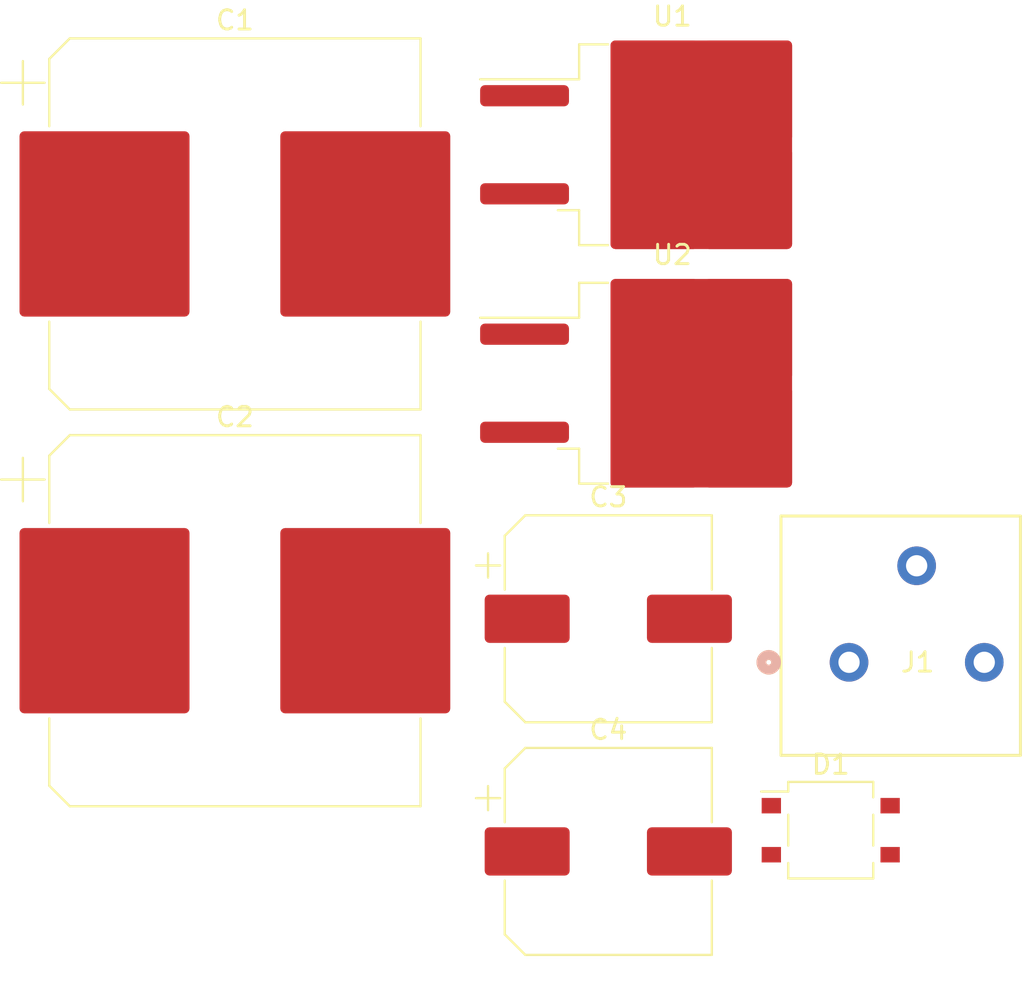
<source format=kicad_pcb>
(kicad_pcb (version 20221018) (generator pcbnew)
  (layers (0 "F.Cu" signal) (31 "B.Cu" signal) (34 "B.Paste" user) (35 "F.Paste" user) (36 "B.SilkS" user "B.Silkscreen") (37 "F.SilkS" user "F.Silkscreen") (38 "B.Mask" user) (39 "F.Mask" user) (44 "Edge.Cuts" user))
  (net 0 "")
  (net 1 "Net-(D1-+)")
  (net 2 "GND")
  (net 3 "Net-(D1--)")
  (net 4 "+24VDC")
  (net 5 "-24VDC")
  (net 6 "-24AC")
  (net 7 "+24AC")
  (net 8 "Line Hot")
  (net 9 "Line Neutral")
  (footprint "Connector_THT:CONN_1985205" (layer "F.Cu") (at 158.052601 90.3952)
    (fp_text reference "J1" (at -1.8 0 unlocked) (layer "F.SilkS"))
    (fp_text value "Conn_01x03_Pin")
    (fp_circle (center -9.507601 0) (end -9.126601 0) (stroke (width 0.508)) (fill none) (layer "B.SilkS"))
    (fp_line (start -8.872601 -7.577) (end -8.872601 4.8182) (stroke (width 0.1524)) (layer "F.SilkS"))
    (fp_line (start -8.872601 4.8182) (end 3.522599 4.8182) (stroke (width 0.1524)) (layer "F.SilkS"))
    (fp_line (start 3.522599 -7.577) (end -8.872601 -7.577) (stroke (width 0.1524)) (layer "F.SilkS"))
    (fp_line (start 3.522599 4.8182) (end 3.522599 -7.577) (stroke (width 0.1524)) (layer "F.SilkS"))
    (fp_circle (center -9.507601 0) (end -9.126601 0) (stroke (width 0.508)) (fill none) (layer "F.SilkS"))
    (pad "1" thru_hole circle (at -5.350002 0) (size 2 2) (drill 1.1) (layers "*.Cu" "*.Mask") (net 8 "Line Hot"))
    (pad "2" thru_hole circle (at -1.850001 -5) (size 2 2) (drill 1.1) (layers "*.Cu" "*.Mask") (net 2 "GND"))
    (pad "3" thru_hole circle (at 1.649999 0) (size 2 2) (drill 1.1) (layers "*.Cu" "*.Mask") (net 9 "Line Neutral"))
  )
  (footprint "Capacitor_SMD:CP_Elec_18x22" (layer "F.Cu") (at 120.91 88.24)
    (fp_text reference "C2" (at 0 -10.55) (layer "F.SilkS"))
    (fp_text value "3000uF")
    (fp_line (start -12.1 -7.31) (end -9.85 -7.31) (stroke (width 0.12)) (layer "F.SilkS"))
    (fp_line (start -10.975 -8.435) (end -10.975 -6.185) (stroke (width 0.12)) (layer "F.SilkS"))
    (fp_line (start -9.61 -8.545563) (end -9.61 -5.06) (stroke (width 0.12)) (layer "F.SilkS"))
    (fp_line (start -9.61 -8.545563) (end -8.545563 -9.61) (stroke (width 0.12)) (layer "F.SilkS"))
    (fp_line (start -9.61 8.545563) (end -9.61 5.06) (stroke (width 0.12)) (layer "F.SilkS"))
    (fp_line (start -9.61 8.545563) (end -8.545563 9.61) (stroke (width 0.12)) (layer "F.SilkS"))
    (fp_line (start -8.545563 -9.61) (end 9.61 -9.61) (stroke (width 0.12)) (layer "F.SilkS"))
    (fp_line (start -8.545563 9.61) (end 9.61 9.61) (stroke (width 0.12)) (layer "F.SilkS"))
    (fp_line (start 9.61 -9.61) (end 9.61 -5.06) (stroke (width 0.12)) (layer "F.SilkS"))
    (fp_line (start 9.61 9.61) (end 9.61 5.06) (stroke (width 0.12)) (layer "F.SilkS"))
    (pad "1" smd roundrect (at -6.75 0) (size 8.8 9.6) (layers "F.Cu" "F.Paste" "F.Mask") (roundrect_rratio 0.028409) (net 2 "GND"))
    (pad "2" smd roundrect (at 6.75 0) (size 8.8 9.6) (layers "F.Cu" "F.Paste" "F.Mask") (roundrect_rratio 0.028409) (net 3 "Net-(D1--)"))
  )
  (footprint "Package_TO_SOT_SMD:TO-263-2" (layer "F.Cu") (at 143.555 75.94)
    (fp_text reference "U2" (at 0 -6.65) (layer "F.SilkS"))
    (fp_text value "MC7924")
    (fp_line (start -4.825 -5.2) (end -4.825 -3.39) (stroke (width 0.12)) (layer "F.SilkS"))
    (fp_line (start -4.825 -3.39) (end -9.95 -3.39) (stroke (width 0.12)) (layer "F.SilkS"))
    (fp_line (start -4.825 3.39) (end -5.925 3.39) (stroke (width 0.12)) (layer "F.SilkS"))
    (fp_line (start -4.825 5.2) (end -4.825 3.39) (stroke (width 0.12)) (layer "F.SilkS"))
    (fp_line (start -3.325 -5.2) (end -4.825 -5.2) (stroke (width 0.12)) (layer "F.SilkS"))
    (fp_line (start -3.325 5.2) (end -4.825 5.2) (stroke (width 0.12)) (layer "F.SilkS"))
    (pad "1" smd roundrect (at -7.65 -2.54) (size 4.6 1.1) (layers "F.Cu" "F.Paste" "F.Mask") (roundrect_rratio 0.227273) (net 2 "GND"))
    (pad "2" smd roundrect (at -0.925 -2.775) (size 4.55 5.25) (layers "F.Cu" "F.Paste") (roundrect_rratio 0.054945) (net 3 "Net-(D1--)"))
    (pad "2" smd roundrect (at -0.925 2.775) (size 4.55 5.25) (layers "F.Cu" "F.Paste") (roundrect_rratio 0.054945) (net 3 "Net-(D1--)"))
    (pad "2" smd roundrect (at 1.5 0) (size 9.4 10.8) (layers "F.Cu" "F.Mask") (roundrect_rratio 0.026596) (net 3 "Net-(D1--)"))
    (pad "2" smd roundrect (at 3.925 -2.775) (size 4.55 5.25) (layers "F.Cu" "F.Paste") (roundrect_rratio 0.054945) (net 3 "Net-(D1--)"))
    (pad "2" smd roundrect (at 3.925 2.775) (size 4.55 5.25) (layers "F.Cu" "F.Paste") (roundrect_rratio 0.054945) (net 3 "Net-(D1--)"))
    (pad "3" smd roundrect (at -7.65 2.54) (size 4.6 1.1) (layers "F.Cu" "F.Paste" "F.Mask") (roundrect_rratio 0.227273) (net 5 "-24VDC"))
  )
  (footprint "Package_TO_SOT_SMD:TO-263-2" (layer "F.Cu") (at 143.555 63.59)
    (fp_text reference "U1" (at 0 -6.65) (layer "F.SilkS"))
    (fp_text value "MC7824")
    (fp_line (start -4.825 -5.2) (end -4.825 -3.39) (stroke (width 0.12)) (layer "F.SilkS"))
    (fp_line (start -4.825 -3.39) (end -9.95 -3.39) (stroke (width 0.12)) (layer "F.SilkS"))
    (fp_line (start -4.825 3.39) (end -5.925 3.39) (stroke (width 0.12)) (layer "F.SilkS"))
    (fp_line (start -4.825 5.2) (end -4.825 3.39) (stroke (width 0.12)) (layer "F.SilkS"))
    (fp_line (start -3.325 -5.2) (end -4.825 -5.2) (stroke (width 0.12)) (layer "F.SilkS"))
    (fp_line (start -3.325 5.2) (end -4.825 5.2) (stroke (width 0.12)) (layer "F.SilkS"))
    (pad "1" smd roundrect (at -7.65 -2.54) (size 4.6 1.1) (layers "F.Cu" "F.Paste" "F.Mask") (roundrect_rratio 0.227273) (net 1 "Net-(D1-+)"))
    (pad "2" smd roundrect (at -0.925 -2.775) (size 4.55 5.25) (layers "F.Cu" "F.Paste") (roundrect_rratio 0.054945) (net 2 "GND"))
    (pad "2" smd roundrect (at -0.925 2.775) (size 4.55 5.25) (layers "F.Cu" "F.Paste") (roundrect_rratio 0.054945) (net 2 "GND"))
    (pad "2" smd roundrect (at 1.5 0) (size 9.4 10.8) (layers "F.Cu" "F.Mask") (roundrect_rratio 0.026596) (net 2 "GND"))
    (pad "2" smd roundrect (at 3.925 -2.775) (size 4.55 5.25) (layers "F.Cu" "F.Paste") (roundrect_rratio 0.054945) (net 2 "GND"))
    (pad "2" smd roundrect (at 3.925 2.775) (size 4.55 5.25) (layers "F.Cu" "F.Paste") (roundrect_rratio 0.054945) (net 2 "GND"))
    (pad "3" smd roundrect (at -7.65 2.54) (size 4.6 1.1) (layers "F.Cu" "F.Paste" "F.Mask") (roundrect_rratio 0.227273) (net 4 "+24VDC"))
  )
  (footprint "Capacitor_SMD:CP_Elec_18x22" (layer "F.Cu") (at 120.91 67.69)
    (fp_text reference "C1" (at 0 -10.55) (layer "F.SilkS"))
    (fp_text value "3000uF")
    (fp_line (start -12.1 -7.31) (end -9.85 -7.31) (stroke (width 0.12)) (layer "F.SilkS"))
    (fp_line (start -10.975 -8.435) (end -10.975 -6.185) (stroke (width 0.12)) (layer "F.SilkS"))
    (fp_line (start -9.61 -8.545563) (end -9.61 -5.06) (stroke (width 0.12)) (layer "F.SilkS"))
    (fp_line (start -9.61 -8.545563) (end -8.545563 -9.61) (stroke (width 0.12)) (layer "F.SilkS"))
    (fp_line (start -9.61 8.545563) (end -9.61 5.06) (stroke (width 0.12)) (layer "F.SilkS"))
    (fp_line (start -9.61 8.545563) (end -8.545563 9.61) (stroke (width 0.12)) (layer "F.SilkS"))
    (fp_line (start -8.545563 -9.61) (end 9.61 -9.61) (stroke (width 0.12)) (layer "F.SilkS"))
    (fp_line (start -8.545563 9.61) (end 9.61 9.61) (stroke (width 0.12)) (layer "F.SilkS"))
    (fp_line (start 9.61 -9.61) (end 9.61 -5.06) (stroke (width 0.12)) (layer "F.SilkS"))
    (fp_line (start 9.61 9.61) (end 9.61 5.06) (stroke (width 0.12)) (layer "F.SilkS"))
    (pad "1" smd roundrect (at -6.75 0) (size 8.8 9.6) (layers "F.Cu" "F.Paste" "F.Mask") (roundrect_rratio 0.028409) (net 1 "Net-(D1-+)"))
    (pad "2" smd roundrect (at 6.75 0) (size 8.8 9.6) (layers "F.Cu" "F.Paste" "F.Mask") (roundrect_rratio 0.028409) (net 2 "GND"))
  )
  (footprint "Capacitor_SMD:CP_Elec_10x10.5" (layer "F.Cu") (at 140.24 100.19)
    (fp_text reference "C4" (at 0 -6.3) (layer "F.SilkS"))
    (fp_text value "220uF")
    (fp_line (start -6.85 -2.76) (end -5.6 -2.76) (stroke (width 0.12)) (layer "F.SilkS"))
    (fp_line (start -6.225 -3.385) (end -6.225 -2.135) (stroke (width 0.12)) (layer "F.SilkS"))
    (fp_line (start -5.36 -4.295563) (end -5.36 -1.51) (stroke (width 0.12)) (layer "F.SilkS"))
    (fp_line (start -5.36 -4.295563) (end -4.295563 -5.36) (stroke (width 0.12)) (layer "F.SilkS"))
    (fp_line (start -5.36 4.295563) (end -5.36 1.51) (stroke (width 0.12)) (layer "F.SilkS"))
    (fp_line (start -5.36 4.295563) (end -4.295563 5.36) (stroke (width 0.12)) (layer "F.SilkS"))
    (fp_line (start -4.295563 -5.36) (end 5.36 -5.36) (stroke (width 0.12)) (layer "F.SilkS"))
    (fp_line (start -4.295563 5.36) (end 5.36 5.36) (stroke (width 0.12)) (layer "F.SilkS"))
    (fp_line (start 5.36 -5.36) (end 5.36 -1.51) (stroke (width 0.12)) (layer "F.SilkS"))
    (fp_line (start 5.36 5.36) (end 5.36 1.51) (stroke (width 0.12)) (layer "F.SilkS"))
    (pad "1" smd roundrect (at -4.2 0) (size 4.4 2.5) (layers "F.Cu" "F.Paste" "F.Mask") (roundrect_rratio 0.1) (net 2 "GND"))
    (pad "2" smd roundrect (at 4.2 0) (size 4.4 2.5) (layers "F.Cu" "F.Paste" "F.Mask") (roundrect_rratio 0.1) (net 5 "-24VDC"))
  )
  (footprint "Package_TO_SOT_SMD:TO-269AA" (layer "F.Cu") (at 151.755 99.09)
    (fp_text reference "D1" (at 0 -3.4) (layer "F.SilkS"))
    (fp_text value "CDBHD1100L-G")
    (fp_line (start -2.2 -2.5) (end -2.2 -2) (stroke (width 0.12)) (layer "F.SilkS"))
    (fp_line (start -2.2 -2) (end -3.6 -2) (stroke (width 0.12)) (layer "F.SilkS"))
    (fp_line (start -2.2 -0.8) (end -2.2 0.8) (stroke (width 0.12)) (layer "F.SilkS"))
    (fp_line (start -2.2 2.5) (end -2.2 1.7) (stroke (width 0.12)) (layer "F.SilkS"))
    (fp_line (start 2.2 -2.5) (end -2.2 -2.5) (stroke (width 0.12)) (layer "F.SilkS"))
    (fp_line (start 2.2 -1.7) (end 2.2 -2.5) (stroke (width 0.12)) (layer "F.SilkS"))
    (fp_line (start 2.2 -0.8) (end 2.2 0.8) (stroke (width 0.12)) (layer "F.SilkS"))
    (fp_line (start 2.2 1.7) (end 2.2 2.5) (stroke (width 0.12)) (layer "F.SilkS"))
    (fp_line (start 2.2 2.5) (end -2.2 2.5) (stroke (width 0.12)) (layer "F.SilkS"))
    (pad "1" smd rect (at -3.075 -1.27) (size 1 0.8) (layers "F.Cu" "F.Paste" "F.Mask") (net 1 "Net-(D1-+)"))
    (pad "2" smd rect (at -3.075 1.27) (size 1 0.8) (layers "F.Cu" "F.Paste" "F.Mask") (net 3 "Net-(D1--)"))
    (pad "3" smd rect (at 3.075 1.27) (size 1 0.8) (layers "F.Cu" "F.Paste" "F.Mask") (net 6 "-24AC"))
    (pad "4" smd rect (at 3.075 -1.27) (size 1 0.8) (layers "F.Cu" "F.Paste" "F.Mask") (net 7 "+24AC"))
  )
  (footprint "Capacitor_SMD:CP_Elec_10x10.5" (layer "F.Cu") (at 140.24 88.14)
    (fp_text reference "C3" (at 0 -6.3) (layer "F.SilkS"))
    (fp_text value "220uF")
    (fp_line (start -6.85 -2.76) (end -5.6 -2.76) (stroke (width 0.12)) (layer "F.SilkS"))
    (fp_line (start -6.225 -3.385) (end -6.225 -2.135) (stroke (width 0.12)) (layer "F.SilkS"))
    (fp_line (start -5.36 -4.295563) (end -5.36 -1.51) (stroke (width 0.12)) (layer "F.SilkS"))
    (fp_line (start -5.36 -4.295563) (end -4.295563 -5.36) (stroke (width 0.12)) (layer "F.SilkS"))
    (fp_line (start -5.36 4.295563) (end -5.36 1.51) (stroke (width 0.12)) (layer "F.SilkS"))
    (fp_line (start -5.36 4.295563) (end -4.295563 5.36) (stroke (width 0.12)) (layer "F.SilkS"))
    (fp_line (start -4.295563 -5.36) (end 5.36 -5.36) (stroke (width 0.12)) (layer "F.SilkS"))
    (fp_line (start -4.295563 5.36) (end 5.36 5.36) (stroke (width 0.12)) (layer "F.SilkS"))
    (fp_line (start 5.36 -5.36) (end 5.36 -1.51) (stroke (width 0.12)) (layer "F.SilkS"))
    (fp_line (start 5.36 5.36) (end 5.36 1.51) (stroke (width 0.12)) (layer "F.SilkS"))
    (pad "1" smd roundrect (at -4.2 0) (size 4.4 2.5) (layers "F.Cu" "F.Paste" "F.Mask") (roundrect_rratio 0.1) (net 4 "+24VDC"))
    (pad "2" smd roundrect (at 4.2 0) (size 4.4 2.5) (layers "F.Cu" "F.Paste" "F.Mask") (roundrect_rratio 0.1) (net 2 "GND"))
  )
)
</source>
